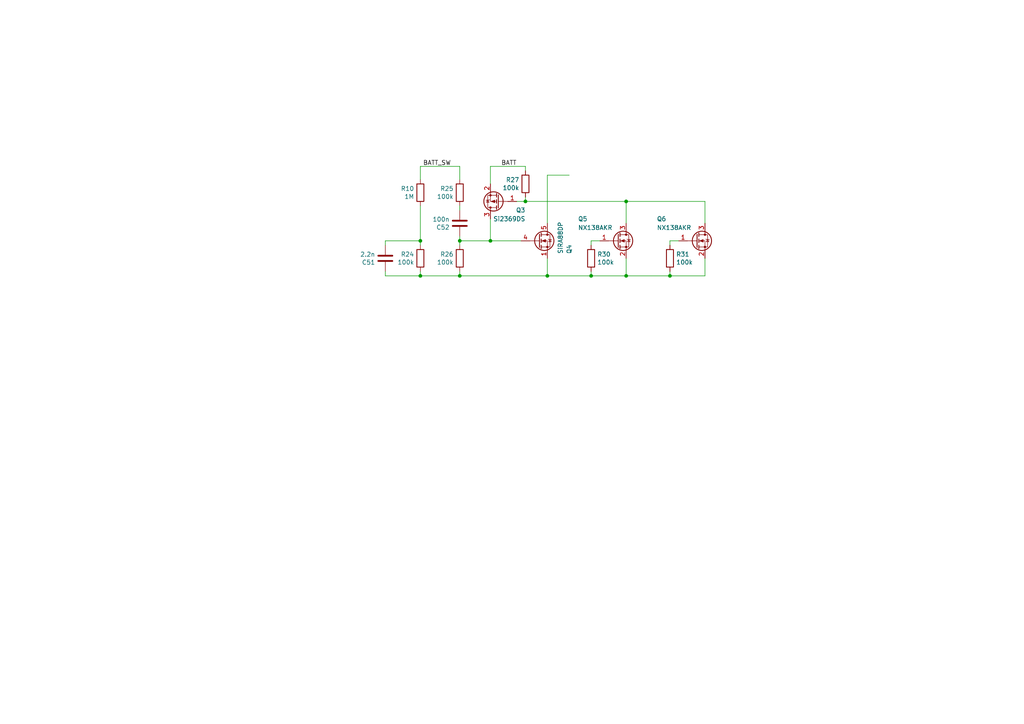
<source format=kicad_sch>
(kicad_sch (version 20231120) (generator "eeschema") (generator_version "8.0")
  (paper "A4")
  (lib_symbols
    (symbol "Device:C" (pin_numbers hide) (pin_names (offset 0.254))
      (property "Reference" "C" (at 0.635 2.54 0))
      (property "Value" "C" (at 0.635 -2.54 0))
      (symbol "C_0_1"
        (polyline (pts (xy -2.032 -0.762) (xy 2.032 -0.762)) (stroke (width 0.508)))
        (polyline (pts (xy -2.032 0.762) (xy 2.032 0.762)) (stroke (width 0.508)))
      )
      (symbol "C_1_1"
        (pin passive line (at 0 3.81 270) (length 2.794) (name "~") (number "1"))
        (pin passive line (at 0 -3.81 90) (length 2.794) (name "~") (number "2"))
      )
    )
    (symbol "Device:Q_NMOS_GSD" (pin_names (offset 0) hide)
      (property "Reference" "Q" (at 5.08 1.27 0))
      (property "Value" "Q_NMOS_GSD" (at 5.08 -1.27 0))
      (symbol "Q_NMOS_GSD_0_1"
        (polyline (pts (xy 0.254 0) (xy -2.54 0)))
        (polyline (pts (xy 0.254 1.905) (xy 0.254 -1.905)) (stroke (width 0.254)))
        (polyline (pts (xy 0.762 -1.27) (xy 0.762 -2.286)) (stroke (width 0.254)))
        (polyline (pts (xy 0.762 0.508) (xy 0.762 -0.508)) (stroke (width 0.254)))
        (polyline (pts (xy 0.762 2.286) (xy 0.762 1.27)) (stroke (width 0.254)))
        (polyline (pts (xy 2.54 2.54) (xy 2.54 1.778)))
        (polyline (pts (xy 2.54 -2.54) (xy 2.54 0) (xy 0.762 0)))
        (polyline (pts (xy 0.762 -1.778) (xy 3.302 -1.778) (xy 3.302 1.778) (xy 0.762 1.778)))
        (polyline (pts (xy 1.016 0) (xy 2.032 0.381) (xy 2.032 -0.381) (xy 1.016 0)) (fill (type outline)))
        (polyline (pts (xy 2.794 0.508) (xy 2.921 0.381) (xy 3.683 0.381) (xy 3.81 0.254)))
        (polyline (pts (xy 3.302 0.381) (xy 2.921 -0.254) (xy 3.683 -0.254) (xy 3.302 0.381)))
        (circle (center 1.651 0) (radius 2.794) (stroke (width 0.254)))
        (circle (center 2.54 -1.778) (radius 0.254) (fill (type outline)))
        (circle (center 2.54 1.778) (radius 0.254) (fill (type outline)))
      )
      (symbol "Q_NMOS_GSD_1_1"
        (pin input line (at -5.08 0 0) (length 2.54) (name "G") (number "1"))
        (pin passive line (at 2.54 -5.08 90) (length 2.54) (name "S") (number "2"))
        (pin passive line (at 2.54 5.08 270) (length 2.54) (name "D") (number "3"))
      )
    )
    (symbol "Device:Q_PMOS_GSD" (pin_names (offset 0) hide)
      (property "Reference" "Q" (at 5.08 1.27 0))
      (property "Value" "Q_PMOS_GSD" (at 5.08 -1.27 0))
      (symbol "Q_PMOS_GSD_0_1"
        (polyline (pts (xy 0.254 0) (xy -2.54 0)))
        (polyline (pts (xy 0.254 1.905) (xy 0.254 -1.905)) (stroke (width 0.254)))
        (polyline (pts (xy 0.762 -1.27) (xy 0.762 -2.286)) (stroke (width 0.254)))
        (polyline (pts (xy 0.762 0.508) (xy 0.762 -0.508)) (stroke (width 0.254)))
        (polyline (pts (xy 0.762 2.286) (xy 0.762 1.27)) (stroke (width 0.254)))
        (polyline (pts (xy 2.54 2.54) (xy 2.54 1.778)))
        (polyline (pts (xy 2.54 -2.54) (xy 2.54 0) (xy 0.762 0)))
        (polyline (pts (xy 0.762 1.778) (xy 3.302 1.778) (xy 3.302 -1.778) (xy 0.762 -1.778)))
        (polyline (pts (xy 2.286 0) (xy 1.27 0.381) (xy 1.27 -0.381) (xy 2.286 0)) (fill (type outline)))
        (polyline (pts (xy 2.794 -0.508) (xy 2.921 -0.381) (xy 3.683 -0.381) (xy 3.81 -0.254)))
        (polyline (pts (xy 3.302 -0.381) (xy 2.921 0.254) (xy 3.683 0.254) (xy 3.302 -0.381)))
        (circle (center 1.651 0) (radius 2.794) (stroke (width 0.254)))
        (circle (center 2.54 -1.778) (radius 0.254) (fill (type outline)))
        (circle (center 2.54 1.778) (radius 0.254) (fill (type outline)))
      )
      (symbol "Q_PMOS_GSD_1_1"
        (pin input line (at -5.08 0 0) (length 2.54) (name "G") (number "1"))
        (pin passive line (at 2.54 -5.08 90) (length 2.54) (name "S") (number "2"))
        (pin passive line (at 2.54 5.08 270) (length 2.54) (name "D") (number "3"))
      )
    )
    (symbol "Device:R" (pin_numbers hide) (pin_names (offset 0))
      (property "Reference" "R" (at 2.032 0 90))
      (property "Value" "R" (at 0 0 90))
      (symbol "R_0_1"
        (rectangle (start -1.016 -2.54) (end 1.016 2.54) (stroke (width 0.254)))
      )
      (symbol "R_1_1"
        (pin passive line (at 0 3.81 270) (length 1.27) (name "~") (number "1"))
        (pin passive line (at 0 -3.81 90) (length 1.27) (name "~") (number "2"))
      )
    )
    (symbol "Transistor_FET:Si7336ADP" (pin_names hide)
      (property "Reference" "Q" (at 5.08 1.905 0))
      (property "Value" "Si7336ADP" (at 5.08 0 0))
      (symbol "Si7336ADP_0_1"
        (polyline (pts (xy 0.254 0) (xy -2.54 0)))
        (polyline (pts (xy 0.254 1.905) (xy 0.254 -1.905)) (stroke (width 0.254)))
        (polyline (pts (xy 0.762 -1.27) (xy 0.762 -2.286)) (stroke (width 0.254)))
        (polyline (pts (xy 0.762 0.508) (xy 0.762 -0.508)) (stroke (width 0.254)))
        (polyline (pts (xy 0.762 2.286) (xy 0.762 1.27)) (stroke (width 0.254)))
        (polyline (pts (xy 2.54 2.54) (xy 2.54 1.778)))
        (polyline (pts (xy 2.54 -2.54) (xy 2.54 0) (xy 0.762 0)))
        (polyline (pts (xy 0.762 -1.778) (xy 3.302 -1.778) (xy 3.302 1.778) (xy 0.762 1.778)))
        (polyline (pts (xy 1.016 0) (xy 2.032 0.381) (xy 2.032 -0.381) (xy 1.016 0)) (fill (type outline)))
        (polyline (pts (xy 2.794 0.508) (xy 2.921 0.381) (xy 3.683 0.381) (xy 3.81 0.254)))
        (polyline (pts (xy 3.302 0.381) (xy 2.921 -0.254) (xy 3.683 -0.254) (xy 3.302 0.381)))
        (circle (center 1.651 0) (radius 2.794) (stroke (width 0.254)))
        (circle (center 2.54 -1.778) (radius 0.254) (fill (type outline)))
        (circle (center 2.54 1.778) (radius 0.254) (fill (type outline)))
      )
      (symbol "Si7336ADP_1_1"
        (pin passive line (at 2.54 -5.08 90) (length 2.54) (name "S") (number "1"))
        (pin passive line (at 2.54 -5.08 90) (length 2.54) hide (name "S") (number "2"))
        (pin passive line (at 2.54 -5.08 90) (length 2.54) hide (name "S") (number "3"))
        (pin input line (at -5.08 0 0) (length 2.54) (name "G") (number "4"))
        (pin passive line (at 2.54 5.08 270) (length 2.54) (name "D") (number "5"))
      )
    )
  )
  (junction (at 181.61 58.42))
  (junction (at 158.75 80.01))
  (junction (at 133.35 80.01))
  (junction (at 152.4 58.42))
  (junction (at 121.92 69.85))
  (junction (at 133.35 69.85))
  (junction (at 181.61 80.01))
  (junction (at 171.45 80.01))
  (junction (at 121.92 80.01))
  (junction (at 194.31 80.01))
  (junction (at 142.24 69.85))
  (wire (pts (xy 121.92 59.69) (xy 121.92 69.85)))
  (wire (pts (xy 194.31 69.85) (xy 196.85 69.85)))
  (wire (pts (xy 149.86 58.42) (xy 152.4 58.42)))
  (wire (pts (xy 194.31 71.12) (xy 194.31 69.85)))
  (wire (pts (xy 158.75 50.8) (xy 158.75 64.77)))
  (wire (pts (xy 158.75 80.01) (xy 158.75 74.93)))
  (wire (pts (xy 133.35 60.96) (xy 133.35 59.69)))
  (wire (pts (xy 133.35 69.85) (xy 142.24 69.85)))
  (wire (pts (xy 111.76 71.12) (xy 111.76 69.85)))
  (wire (pts (xy 194.31 78.74) (xy 194.31 80.01)))
  (wire (pts (xy 181.61 58.42) (xy 181.61 64.77)))
  (wire (pts (xy 133.35 78.74) (xy 133.35 80.01)))
  (wire (pts (xy 142.24 48.26) (xy 142.24 53.34)))
  (wire (pts (xy 121.92 80.01) (xy 121.92 78.74)))
  (wire (pts (xy 121.92 52.07) (xy 121.92 48.26)))
  (wire (pts (xy 171.45 69.85) (xy 173.99 69.85)))
  (wire (pts (xy 171.45 80.01) (xy 181.61 80.01)))
  (wire (pts (xy 194.31 80.01) (xy 204.47 80.01)))
  (wire (pts (xy 204.47 74.93) (xy 204.47 80.01)))
  (wire (pts (xy 111.76 80.01) (xy 121.92 80.01)))
  (wire (pts (xy 152.4 48.26) (xy 152.4 49.53)))
  (wire (pts (xy 158.75 80.01) (xy 171.45 80.01)))
  (wire (pts (xy 181.61 58.42) (xy 204.47 58.42)))
  (wire (pts (xy 121.92 80.01) (xy 133.35 80.01)))
  (wire (pts (xy 133.35 68.58) (xy 133.35 69.85)))
  (wire (pts (xy 133.35 80.01) (xy 158.75 80.01)))
  (wire (pts (xy 152.4 58.42) (xy 181.61 58.42)))
  (wire (pts (xy 158.75 50.8) (xy 165.1 50.8)))
  (wire (pts (xy 152.4 48.26) (xy 142.24 48.26)))
  (wire (pts (xy 181.61 80.01) (xy 194.31 80.01)))
  (wire (pts (xy 171.45 78.74) (xy 171.45 80.01)))
  (wire (pts (xy 133.35 71.12) (xy 133.35 69.85)))
  (wire (pts (xy 121.92 71.12) (xy 121.92 69.85)))
  (wire (pts (xy 181.61 74.93) (xy 181.61 80.01)))
  (wire (pts (xy 111.76 78.74) (xy 111.76 80.01)))
  (wire (pts (xy 152.4 57.15) (xy 152.4 58.42)))
  (wire (pts (xy 171.45 71.12) (xy 171.45 69.85)))
  (wire (pts (xy 142.24 63.5) (xy 142.24 69.85)))
  (wire (pts (xy 121.92 48.26) (xy 133.35 48.26)))
  (wire (pts (xy 142.24 69.85) (xy 151.13 69.85)))
  (wire (pts (xy 204.47 58.42) (xy 204.47 64.77)))
  (wire (pts (xy 111.76 69.85) (xy 121.92 69.85)))
  (wire (pts (xy 133.35 48.26) (xy 133.35 52.07)))
  (label "BATT_SW" (at 130.81 48.26 180))
  (label "BATT" (at 149.86 48.26 180))
  (symbol (lib_id "Transistor_FET:Si7336ADP") (at 156.21 69.85 0) (unit 1)
    (property "Reference" "Q4" (at 165.1 73.66 90) (effects (justify left)))
    (property "Value" "SiRA88DP" (at 162.56 73.66 90) (effects (justify left)))
    (property "Footprint" "Package_SO:PowerPAK_SO-8_Single" (effects (hide yes)))
    (property "Datasheet" "https://www.vishay.com/docs/77777/sira88dp.pdf" (effects (hide yes)))
    (property "MPN" "SIRA88DP-T1-GE3" (effects (hide yes)))
  )
  (symbol (lib_id "Device:Q_NMOS_GSD") (at 201.93 69.85 0) (unit 1)
    (property "Reference" "Q6" (at 190.5 63.5 0) (effects (justify left)))
    (property "Value" "NX138AKR" (at 190.5 66.04 0) (effects (justify left)))
    (property "Footprint" "Package_TO_SOT_SMD:SOT-23" (effects (hide yes)))
    (property "Datasheet" "https://www.mouser.dk/datasheet/2/916/NX138AK-1539868.pdf" (effects (hide yes)))
    (property "Description" "N-MOSFET transistor, gate/source/drain" (effects (hide yes)))
    (property "MPN" "NX138AKR" (effects (hide yes)))
  )
  (symbol (lib_id "Device:C") (at 133.35 64.77 180) (unit 1)
    (property "Reference" "C52" (at 130.429 65.9384 0) (effects (justify left)))
    (property "Value" "100n" (at 130.429 63.627 0) (effects (justify left)))
    (property "Footprint" "Capacitor_SMD:C_0603_1608Metric_Pad1.08x0.95mm_HandSolder" (effects (hide yes)))
    (property "Datasheet" "https://www.mouser.dk/datasheet/2/585/MLCC-1837944.pdf" (effects (hide yes)))
    (property "Description" "MLCC 50V 5% X7R" (effects (hide yes)))
    (property "MPN" "CL10B104JB8NNNC" (effects (hide yes)))
  )
  (symbol (lib_id "Device:Q_NMOS_GSD") (at 179.07 69.85 0) (unit 1)
    (property "Reference" "Q5" (at 167.64 63.5 0) (effects (justify left)))
    (property "Value" "NX138AKR" (at 167.64 66.04 0) (effects (justify left)))
    (property "Footprint" "Package_TO_SOT_SMD:SOT-23" (effects (hide yes)))
    (property "Datasheet" "https://www.mouser.dk/datasheet/2/916/NX138AK-1539868.pdf" (effects (hide yes)))
    (property "Description" "N-MOSFET transistor, gate/source/drain" (effects (hide yes)))
    (property "MPN" "NX138AKR" (effects (hide yes)))
  )
  (symbol (lib_id "Device:R") (at 121.92 55.88 0) (mirror y) (unit 1)
    (property "Reference" "R10" (at 120.142 54.7116 0) (effects (justify left)))
    (property "Value" "1M" (at 120.142 57.023 0) (effects (justify left)))
    (property "Footprint" "Resistor_SMD:R_0603_1608Metric_Pad0.98x0.95mm_HandSolder" (effects (hide yes)))
    (property "Datasheet" "https://www.vishay.com/docs/20035/dcrcwe3.pdf" (effects (hide yes)))
    (property "Description" "Thick Film Resistor 1/10watt 1%" (effects (hide yes)))
    (property "MPN" "CRCW06031M00FKEC" (effects (hide yes)))
  )
  (symbol (lib_id "Device:R") (at 171.45 74.93 0) (unit 1)
    (property "Reference" "R30" (at 173.228 73.7616 0) (effects (justify left)))
    (property "Value" "100k" (at 173.228 76.073 0) (effects (justify left)))
    (property "Footprint" "Resistor_SMD:R_0603_1608Metric_Pad0.98x0.95mm_HandSolder" (effects (hide yes)))
    (property "Datasheet" "https://www.vishay.com/docs/20035/dcrcwe3.pdf" (effects (hide yes)))
    (property "Description" "Thick Film Resistor 1/10watt 1%" (effects (hide yes)))
    (property "MPN" "CRCW0603100KFKEA" (effects (hide yes)))
  )
  (symbol (lib_id "Device:R") (at 121.92 74.93 0) (mirror y) (unit 1)
    (property "Reference" "R24" (at 120.142 73.7616 0) (effects (justify left)))
    (property "Value" "100k" (at 120.142 76.073 0) (effects (justify left)))
    (property "Footprint" "Resistor_SMD:R_0603_1608Metric_Pad0.98x0.95mm_HandSolder" (effects (hide yes)))
    (property "Datasheet" "https://www.vishay.com/docs/20035/dcrcwe3.pdf" (effects (hide yes)))
    (property "Description" "Thick Film Resistor 1/10watt 1%" (effects (hide yes)))
    (property "MPN" "CRCW0603100KFKEA" (effects (hide yes)))
  )
  (symbol (lib_id "Device:Q_PMOS_GSD") (at 144.78 58.42 180) (unit 1)
    (property "Reference" "Q3" (at 152.4 60.96 0) (effects (justify left)))
    (property "Value" "Si2369DS" (at 152.4 63.5 0) (effects (justify left)))
    (property "Footprint" "Package_TO_SOT_SMD:SOT-23" (effects (hide yes)))
    (property "Datasheet" "https://www.vishay.com/docs/62865/si2369d.pdf" (effects (hide yes)))
  )
  (symbol (lib_id "Device:R") (at 152.4 53.34 0) (mirror y) (unit 1)
    (property "Reference" "R27" (at 150.622 52.1716 0) (effects (justify left)))
    (property "Value" "100k" (at 150.622 54.483 0) (effects (justify left)))
    (property "Footprint" "Resistor_SMD:R_0603_1608Metric_Pad0.98x0.95mm_HandSolder" (effects (hide yes)))
    (property "Datasheet" "https://www.vishay.com/docs/20035/dcrcwe3.pdf" (effects (hide yes)))
    (property "Description" "Thick Film Resistor 1/10watt 1%" (effects (hide yes)))
    (property "MPN" "CRCW0603100KFKEA" (effects (hide yes)))
  )
  (symbol (lib_id "Device:R") (at 133.35 55.88 0) (mirror y) (unit 1)
    (property "Reference" "R25" (at 131.572 54.7116 0) (effects (justify left)))
    (property "Value" "100k" (at 131.572 57.023 0) (effects (justify left)))
    (property "Footprint" "Resistor_SMD:R_0603_1608Metric_Pad0.98x0.95mm_HandSolder" (effects (hide yes)))
    (property "Datasheet" "https://www.vishay.com/docs/20035/dcrcwe3.pdf" (effects (hide yes)))
    (property "Description" "Thick Film Resistor 1/10watt 1%" (effects (hide yes)))
    (property "MPN" "CRCW0603100KFKEA" (effects (hide yes)))
  )
  (symbol (lib_id "Device:C") (at 111.76 74.93 180) (unit 1)
    (property "Reference" "C51" (at 108.839 76.0984 0) (effects (justify left)))
    (property "Value" "2.2n" (at 108.839 73.787 0) (effects (justify left)))
    (property "Footprint" "Capacitor_SMD:C_0603_1608Metric_Pad1.08x0.95mm_HandSolder" (effects (hide yes)))
    (property "Datasheet" "https://www.mouser.dk/datasheet/2/585/MLCC-1837944.pdf" (effects (hide yes)))
    (property "Description" "MLCC 50V 10% X7R" (effects (hide yes)))
    (property "MPN" "CL10B222KB8NNND" (effects (hide yes)))
  )
  (symbol (lib_id "Device:R") (at 194.31 74.93 0) (unit 1)
    (property "Reference" "R31" (at 196.088 73.7616 0) (effects (justify left)))
    (property "Value" "100k" (at 196.088 76.073 0) (effects (justify left)))
    (property "Footprint" "Resistor_SMD:R_0603_1608Metric_Pad0.98x0.95mm_HandSolder" (effects (hide yes)))
    (property "Datasheet" "https://www.vishay.com/docs/20035/dcrcwe3.pdf" (effects (hide yes)))
    (property "Description" "Thick Film Resistor 1/10watt 1%" (effects (hide yes)))
    (property "MPN" "CRCW0603100KFKEA" (effects (hide yes)))
  )
  (symbol (lib_id "Device:R") (at 133.35 74.93 0) (mirror y) (unit 1)
    (property "Reference" "R26" (at 131.572 73.7616 0) (effects (justify left)))
    (property "Value" "100k" (at 131.572 76.073 0) (effects (justify left)))
    (property "Footprint" "Resistor_SMD:R_0603_1608Metric_Pad0.98x0.95mm_HandSolder" (effects (hide yes)))
    (property "Datasheet" "https://www.vishay.com/docs/20035/dcrcwe3.pdf" (effects (hide yes)))
    (property "Description" "Thick Film Resistor 1/10watt 1%" (effects (hide yes)))
    (property "MPN" "CRCW0603100KFKEA" (effects (hide yes)))
  )
)
</source>
